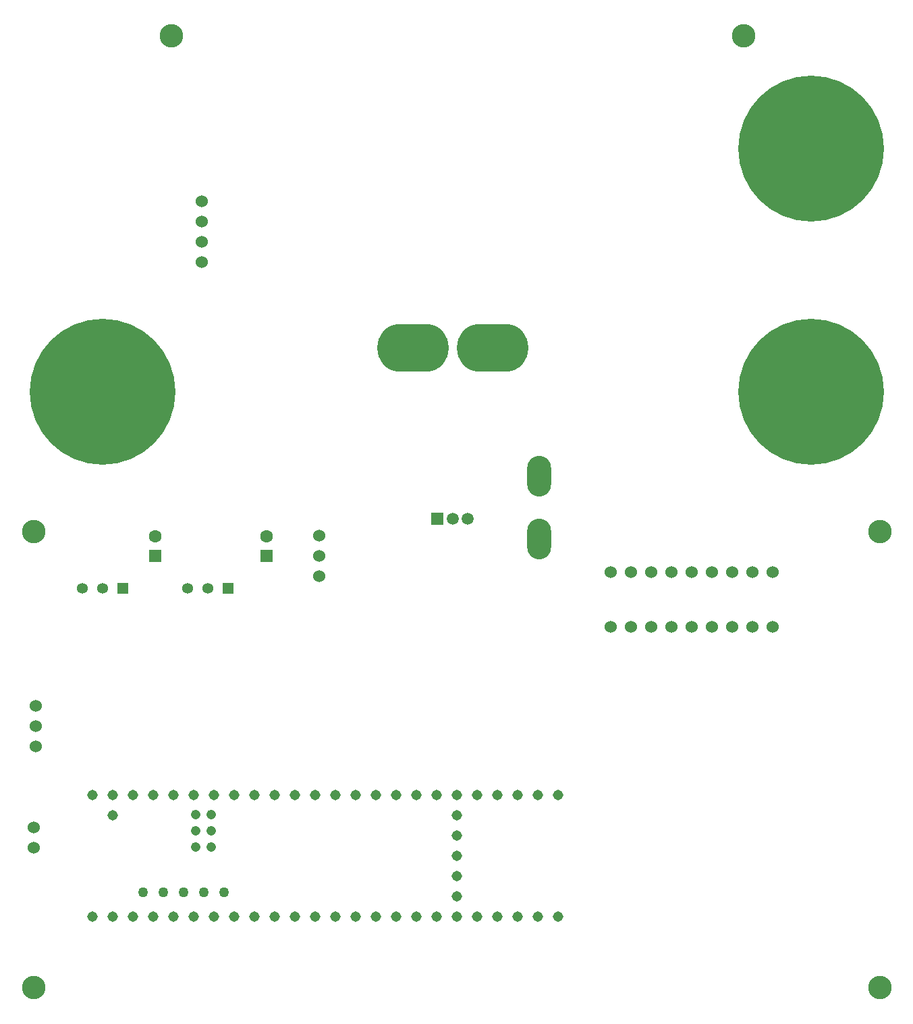
<source format=gbs>
G04 #@! TF.GenerationSoftware,KiCad,Pcbnew,(6.0.8)*
G04 #@! TF.CreationDate,2022-10-20T17:13:59-05:00*
G04 #@! TF.ProjectId,2022Rev3,32303232-5265-4763-932e-6b696361645f,rev?*
G04 #@! TF.SameCoordinates,Original*
G04 #@! TF.FileFunction,Soldermask,Bot*
G04 #@! TF.FilePolarity,Negative*
%FSLAX46Y46*%
G04 Gerber Fmt 4.6, Leading zero omitted, Abs format (unit mm)*
G04 Created by KiCad (PCBNEW (6.0.8)) date 2022-10-20 17:13:59*
%MOMM*%
%LPD*%
G01*
G04 APERTURE LIST*
G04 Aperture macros list*
%AMHorizOval*
0 Thick line with rounded ends*
0 $1 width*
0 $2 $3 position (X,Y) of the first rounded end (center of the circle)*
0 $4 $5 position (X,Y) of the second rounded end (center of the circle)*
0 Add line between two ends*
20,1,$1,$2,$3,$4,$5,0*
0 Add two circle primitives to create the rounded ends*
1,1,$1,$2,$3*
1,1,$1,$4,$5*%
G04 Aperture macros list end*
%ADD10R,1.358000X1.358000*%
%ADD11C,1.358000*%
%ADD12C,1.524000*%
%ADD13C,2.946400*%
%ADD14C,18.288000*%
%ADD15R,1.600000X1.600000*%
%ADD16C,1.600000*%
%ADD17O,3.000000X5.100000*%
%ADD18O,2.999999X5.100000*%
%ADD19R,1.500000X1.500000*%
%ADD20C,1.500000*%
%ADD21C,0.800000*%
%ADD22HorizOval,0.800000X0.000000X0.000000X0.000000X0.000000X0*%
%ADD23HorizOval,0.800000X0.000000X0.000000X0.000000X0.000000X0*%
%ADD24O,9.000000X6.000000*%
%ADD25C,1.308000*%
%ADD26C,1.258000*%
%ADD27C,1.208000*%
G04 APERTURE END LIST*
D10*
X169672000Y-112014000D03*
D11*
X167132000Y-112014000D03*
X164592000Y-112014000D03*
D12*
X145288000Y-144462500D03*
X145288000Y-141922500D03*
D13*
X234386120Y-42727880D03*
X145288000Y-162052000D03*
X162615880Y-42727880D03*
D14*
X153924000Y-87376000D03*
D12*
X181102000Y-105410000D03*
X181102000Y-107950000D03*
X181102000Y-110490000D03*
X166370000Y-63500000D03*
X166370000Y-66040000D03*
X166370000Y-68580000D03*
X166370000Y-71120000D03*
X166370000Y-71120000D03*
D15*
X160528000Y-107950000D03*
D16*
X160528000Y-105450000D03*
D17*
X208700000Y-105804000D03*
D18*
X208700000Y-97904000D03*
D12*
X145542000Y-131826000D03*
X145542000Y-129286000D03*
X145542000Y-126746000D03*
X217678000Y-116840000D03*
X220218000Y-116840000D03*
X222758000Y-116840000D03*
X225298000Y-116840000D03*
X227838000Y-116840000D03*
X230378000Y-116840000D03*
X232918000Y-116840000D03*
X235458000Y-116840000D03*
X237998000Y-116840000D03*
X217678000Y-109982000D03*
X220218000Y-109982000D03*
X222758000Y-109982000D03*
X225298000Y-109982000D03*
X227838000Y-109982000D03*
X230378000Y-109982000D03*
X232918000Y-109982000D03*
X235458000Y-109982000D03*
X237998000Y-109982000D03*
D19*
X195966000Y-103265000D03*
D20*
X197876000Y-103265000D03*
X199786000Y-103265000D03*
D21*
X204876000Y-79815000D03*
X206076000Y-83525000D03*
X200876000Y-83915000D03*
X199676000Y-83525000D03*
X202206000Y-79815000D03*
X204876000Y-83915000D03*
X199676000Y-80205000D03*
X202206000Y-83915000D03*
X206826000Y-81235000D03*
X206826000Y-82495000D03*
X203546000Y-83915000D03*
X206076000Y-80205000D03*
D22*
X198926000Y-81235000D03*
D23*
X198926000Y-82495000D03*
D21*
X203546000Y-79815000D03*
X200876000Y-79815000D03*
D24*
X202876000Y-81865000D03*
D21*
X193546000Y-83915000D03*
X189676000Y-80205000D03*
X189676000Y-83525000D03*
X188926000Y-81235000D03*
X190876000Y-79815000D03*
X196076000Y-83525000D03*
D23*
X196826000Y-81235000D03*
D21*
X196076000Y-80205000D03*
X188926000Y-82495000D03*
X194876000Y-83915000D03*
X192206000Y-79815000D03*
D24*
X192876000Y-81865000D03*
D22*
X196826000Y-82495000D03*
D21*
X193546000Y-79815000D03*
X192206000Y-83915000D03*
X194876000Y-79815000D03*
X190876000Y-83915000D03*
D25*
X155194000Y-153162000D03*
X157734000Y-153162000D03*
X160274000Y-153162000D03*
X162814000Y-153162000D03*
X188214000Y-153162000D03*
X157734000Y-137922000D03*
X198374000Y-148082000D03*
X165354000Y-153162000D03*
X167894000Y-153162000D03*
D26*
X159004000Y-150112000D03*
D25*
X170434000Y-153162000D03*
X172974000Y-153162000D03*
X175514000Y-153162000D03*
X178054000Y-153162000D03*
X180594000Y-153162000D03*
X183134000Y-153162000D03*
X185674000Y-153162000D03*
X185674000Y-137922000D03*
X183134000Y-137922000D03*
X180594000Y-137922000D03*
X178054000Y-137922000D03*
X175514000Y-137922000D03*
X172974000Y-137922000D03*
X170434000Y-137922000D03*
X167894000Y-137922000D03*
X165354000Y-137922000D03*
X162814000Y-137922000D03*
X160274000Y-137922000D03*
X190754000Y-153162000D03*
X193294000Y-153162000D03*
X195834000Y-153162000D03*
X198374000Y-153162000D03*
X200914000Y-153162000D03*
X203454000Y-153162000D03*
X205994000Y-153162000D03*
X208534000Y-153162000D03*
X211074000Y-153162000D03*
X211074000Y-137922000D03*
X208534000Y-137922000D03*
X205994000Y-137922000D03*
X203454000Y-137922000D03*
X200914000Y-137922000D03*
X198374000Y-137922000D03*
X195834000Y-137922000D03*
X193294000Y-137922000D03*
X190754000Y-137922000D03*
D26*
X164084000Y-150112000D03*
X161544000Y-150112000D03*
D25*
X152654000Y-153162000D03*
X188214000Y-137922000D03*
X155194000Y-137922000D03*
X198374000Y-145542000D03*
D27*
X167624000Y-142372000D03*
X165624000Y-142372000D03*
D25*
X198374000Y-140462000D03*
X198374000Y-143002000D03*
D27*
X165624000Y-140372000D03*
X167624000Y-140372000D03*
X167624000Y-144372000D03*
X165624000Y-144372000D03*
D26*
X166624000Y-150112000D03*
X169164000Y-150112000D03*
D25*
X198374000Y-150622000D03*
X152654000Y-137922000D03*
X155194000Y-140462000D03*
D14*
X242824000Y-87376000D03*
D13*
X251460000Y-104902000D03*
D10*
X156464000Y-112014000D03*
D11*
X153924000Y-112014000D03*
X151384000Y-112014000D03*
D15*
X174498000Y-107950000D03*
D16*
X174498000Y-105450000D03*
D13*
X145288000Y-104902000D03*
X251460000Y-162052000D03*
D14*
X242824000Y-56896000D03*
M02*

</source>
